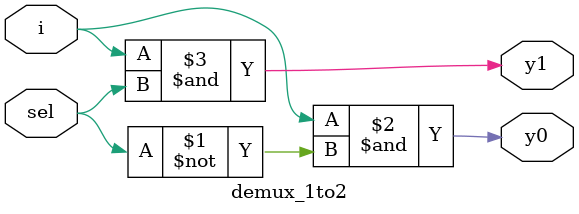
<source format=v>
module demux_1to2 (
	input wire i,
	input wire sel,
	output wire y0,
	output wire y1
);

	assign y0 = i & ~sel;
	assign y1 = i & sel;

endmodule

</source>
